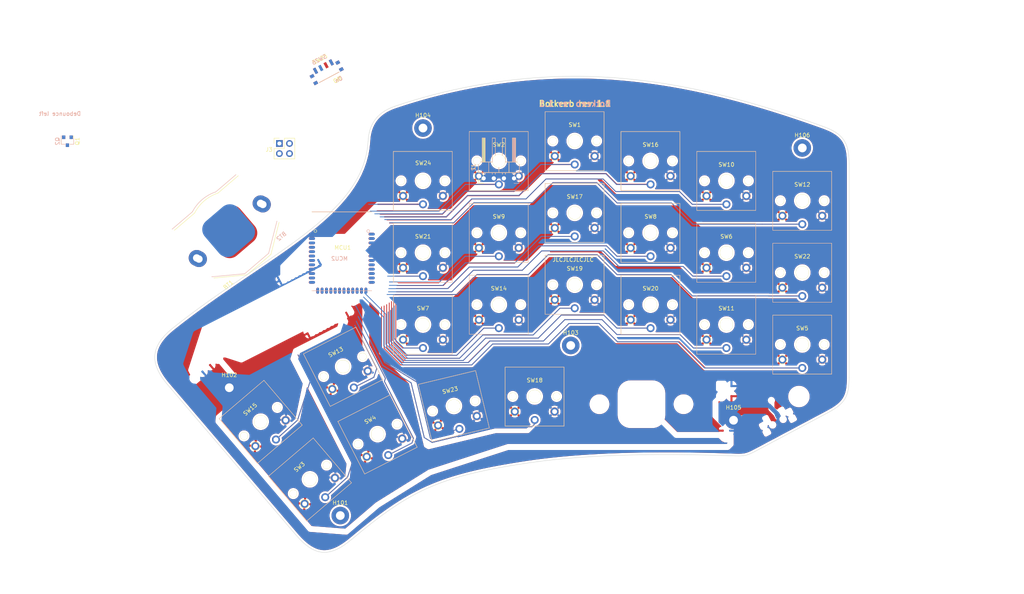
<source format=kicad_pcb>
(kicad_pcb (version 20171130) (host pcbnew "(5.1.9)-1")
  (title_block (title Botkeeb) (date 2020-11-13) (rev 1.0) (company "Mojitas upcoming company"))
  (layers (0 Front signal) (31 Back signal) (34 B.Paste user) (35 F.Paste user) (36 B.SilkS user) (37 F.SilkS user) (38 B.Mask user) (39 F.Mask user) (44 Edge.Cuts user))
  (net 0 "")
  (net 1 "Net-(BT1-Pad2)")
  (net 2 "Net-(BT2-Pad2)")
  (net 3 VCC1)
  (net 4 GND1)
  (net 5 /SWDIO1)
  (net 6 /SWCLK1)
  (net 7 /SWCLK2)
  (net 8 /SWDIO2)
  (net 9 GND2)
  (net 10 VCC2)
  (net 11 /S1)
  (net 12 /S6)
  (net 13 /S11)
  (net 14 /S16)
  (net 15 /S26)
  (net 16 /S2)
  (net 17 /S7)
  (net 18 /S12)
  (net 19 /S17)
  (net 20 /S22)
  (net 21 /S30)
  (net 22 /S3)
  (net 23 /S13)
  (net 24 /S18)
  (net 25 /S23)
  (net 26 /S4)
  (net 27 /S9)
  (net 28 /S14)
  (net 29 /S19)
  (net 30 /S24)
  (net 31 /S29)
  (net 32 /S5)
  (net 33 /S20)
  (net 34 /S25)
  (net 35 "Net-(MCU1-Pad35)")
  (net 36 "Net-(MCU1-Pad36)")
  (net 37 "Net-(MCU2-Pad36)")
  (net 38 "Net-(MCU2-Pad35)")
  (net 39 "Net-(MCU1-Pad21)")
  (net 40 "Net-(MCU2-Pad20)")
  (net 41 "Net-(MCU1-Pad25)")
  (net 42 "Net-(MCU1-Pad24)")
  (net 43 "Net-(MCU1-Pad23)")
  (net 44 "Net-(MCU1-Pad22)")
  (net 45 "Net-(MCU2-Pad19)")
  (net 46 "Net-(MCU2-Pad18)")
  (net 47 "Net-(MCU2-Pad17)")
  (net 48 "Net-(MCU2-Pad16)")
  (net 49 /Battery_switch_tht)
  (module MountingHole:MountingHole_2.2mm_M2_Pad (layer Front) (at 154.098059 450.565974)
    (fp_text reference H106 (at 0 -3.2) (layer F.SilkS))
    (fp_text value MountingHole)
    (pad 1 thru_hole circle (at 0 0) (size 4.4 4.4) (drill 2.2) (layers *.Cu *.Mask))
  )
  (module MountingHole:MountingHole_2.2mm_M2_Pad (layer Front) (at 136.83234 518.94486)
    (fp_text reference H105 (at 0 -3.2) (layer F.SilkS))
    (fp_text value MountingHole)
    (pad 1 thru_hole circle (at 0 0) (size 4.4 4.4) (drill 2.2) (layers *.Cu *.Mask))
  )
  (module MountingHole:MountingHole_2.2mm_M2_Pad (layer Front) (at 58.848058 445.565973)
    (fp_text reference H104 (at 0 -3.2) (layer F.SilkS))
    (fp_text value MountingHole)
    (pad 1 thru_hole circle (at 0 0) (size 4.4 4.4) (drill 2.2) (layers *.Cu *.Mask))
  )
  (module MountingHole:MountingHole_2.2mm_M2_Pad (layer Front) (at 95.948056 500.165974)
    (fp_text reference H103 (at 0 -3.2) (layer F.SilkS))
    (fp_text value MountingHole)
    (pad 1 thru_hole circle (at 0 0) (size 4.4 4.4) (drill 2.2) (layers *.Cu *.Mask))
  )
  (module MountingHole:MountingHole_2.2mm_M2_Pad (layer Front) (at 10.20064 510.77876)
    (fp_text reference H102 (at 0 -3.2) (layer F.SilkS))
    (fp_text value MountingHole)
    (pad 1 thru_hole circle (at 0 0) (size 4.4 4.4) (drill 2.2) (layers *.Cu *.Mask))
  )
  (module MountingHole:MountingHole_2.2mm_M2_Pad (layer Front) (at 38.080294 542.878563)
    (fp_text reference H101 (at 0 -3.2) (layer F.SilkS))
    (fp_text value MountingHole)
    (pad 1 thru_hole circle (at 0 0) (size 4.4 4.4) (drill 2.2) (layers *.Cu *.Mask))
  )
  (module User_Keyboard:PCM12SMTR (layer Back) (at 34.666457 431.686575 208)
    (fp_text reference SW26 (at 0.1 3.8 208) (layer B.SilkS) (effects (justify mirror)))
    (fp_text value SW_SPST)
    (pad "" np_thru_hole circle (at 1.5 0 208) (size 0.9 0.9) (drill 0.9) (layers *.Cu *.Mask))
    (pad "" np_thru_hole circle (at -1.5 0 208) (size 0.9 0.9) (drill 0.9) (layers *.Cu *.Mask))
    (pad "" smd rect (at 3.65 -0.965 208) (size 1 0.8) (layers Back B.Paste B.Mask))
    (pad "" smd rect (at 3.65 0.965 208) (size 1 0.8) (layers Back B.Paste B.Mask))
    (pad "" smd rect (at -3.65 -0.965 208) (size 1 0.8) (layers Back B.Paste B.Mask))
    (pad "" smd rect (at -3.65 0.965 208) (size 1 0.8) (layers Back B.Paste B.Mask))
    (pad 3 smd rect (at 2.25 1.75 208) (size 0.7 1.5) (layers Back B.Paste B.Mask))
    (pad 2 smd rect (at 0.75 1.75 208) (size 0.7 1.5) (layers Back B.Paste B.Mask) (net 10 VCC2))
    (pad 1 smd rect (at -2.25 1.75 208) (size 0.7 1.5) (layers Back B.Paste B.Mask) (net 49 /Battery_switch_tht))
  )
  (module User_Keyboard:PCM12SMTR (layer Front) (at 34.666457 431.686575 28)
    (fp_text reference SW25 (at 0.1 -3.8 208) (layer F.SilkS))
    (fp_text value SW_SPST)
    (pad "" np_thru_hole circle (at 1.5 0 28) (size 0.9 0.9) (drill 0.9) (layers *.Cu *.Mask))
    (pad "" np_thru_hole circle (at -1.5 0 28) (size 0.9 0.9) (drill 0.9) (layers *.Cu *.Mask))
    (pad "" smd rect (at 3.65 0.965 28) (size 1 0.8) (layers Front F.Paste F.Mask))
    (pad "" smd rect (at 3.65 -0.965 28) (size 1 0.8) (layers Front F.Paste F.Mask))
    (pad "" smd rect (at -3.65 0.965 28) (size 1 0.8) (layers Front F.Paste F.Mask))
    (pad "" smd rect (at -3.65 -0.965 28) (size 1 0.8) (layers Front F.Paste F.Mask))
    (pad 3 smd rect (at 2.25 -1.75 28) (size 0.7 1.5) (layers Front F.Paste F.Mask))
    (pad 2 smd rect (at 0.75 -1.75 28) (size 0.7 1.5) (layers Front F.Paste F.Mask) (net 49 /Battery_switch_tht))
    (pad 1 smd rect (at -2.25 -1.75 28) (size 0.7 1.5) (layers Front F.Paste F.Mask) (net 3 VCC1))
  )
  (module User_Keyboard:Battery_mod_tht (layer Front) (at 10.60958 471.61704 40.5)
    (fp_text reference BT1 (at -9.15 9.7 220.5) (layer F.SilkS))
    (fp_text value Battery_Cell)
    (pad 2 smd roundrect (at 0 0 40.5) (size 11 11) (layers Front F.Paste F.Mask) (net 1 "Net-(BT1-Pad2)"))
    (pad 1 thru_hole circle (at -10.5537 0 40.5) (size 4 4) (drill 1.8542) (layers *.Cu *.Mask) (net 49 /Battery_switch_tht))
    (pad 1 thru_hole circle (at 10.5537 0 40.5) (size 4 4) (drill 1.8542) (layers *.Cu *.Mask) (net 49 /Battery_switch_tht))
  )
  (module User_Keyboard:Battery_mod_tht (layer Back) (at 10.03808 471.33256 220.5)
    (fp_text reference BT2 (at -9.15 -9.7 40.5) (layer B.SilkS) (effects (justify mirror)))
    (fp_text value Battery_Cell)
    (pad 2 smd roundrect (at 0 0 220.5) (size 11 11) (layers Back B.Paste B.Mask) (net 2 "Net-(BT2-Pad2)"))
    (pad 1 thru_hole circle (at -10.5537 0 220.5) (size 4 4) (drill 1.8542) (layers *.Cu *.Mask) (net 49 /Battery_switch_tht))
    (pad 1 thru_hole circle (at 10.5537 0 220.5) (size 4 4) (drill 1.8542) (layers *.Cu *.Mask) (net 49 /Battery_switch_tht))
  )
  (module User_Keyboard:Kailh_low_profile (layer Front) (at 58.848058 458.815974)
    (fp_text reference SW24 (at 0.0508 -4.459199) (layer F.SilkS))
    (fp_text value Kailh_choc)
    (pad 1 thru_hole circle (at 5 3.8 180) (size 2 2) (drill 1.2) (layers *.Cu *.Mask) (net 9 GND2))
    (pad 2 thru_hole circle (at 0 5.9 180) (size 2 2) (drill 1.2) (layers *.Cu *.Mask) (net 12 /S6))
    (pad 3 thru_hole circle (at -5 3.8 180) (size 2 2) (drill 1.2) (layers *.Cu *.Mask) (net 4 GND1))
    (pad "" np_thru_hole circle (at 0 0) (size 3.2 3.2) (drill 3.2) (layers *.Cu *.Mask))
    (pad "" np_thru_hole circle (at -5.5 0) (size 1.8 1.8) (drill 1.8) (layers *.Cu *.Mask))
    (pad "" np_thru_hole circle (at 5.5 0) (size 1.8 1.8) (drill 1.8) (layers *.Cu *.Mask))
  )
  (module User_Keyboard:Kailh_low_profile (layer Front) (at 47.446285 522.437504 27)
    (fp_text reference SW4 (at 0.000001 -4.064 27) (layer F.SilkS))
    (fp_text value Kailh_choc)
    (pad 1 thru_hole circle (at 5 3.8 207) (size 2 2) (drill 1.2) (layers *.Cu *.Mask) (net 9 GND2))
    (pad 2 thru_hole circle (at 0 5.9 207) (size 2 2) (drill 1.2) (layers *.Cu *.Mask) (net 16 /S2))
    (pad 3 thru_hole circle (at -5 3.8 207) (size 2 2) (drill 1.2) (layers *.Cu *.Mask) (net 4 GND1))
    (pad "" np_thru_hole circle (at 0 0 27) (size 3.2 3.2) (drill 3.2) (layers *.Cu *.Mask))
    (pad "" np_thru_hole circle (at -5.5 0 27) (size 1.8 1.8) (drill 1.8) (layers *.Cu *.Mask))
    (pad "" np_thru_hole circle (at 5.5 0 27) (size 1.8 1.8) (drill 1.8) (layers *.Cu *.Mask))
  )
  (module User_Keyboard:Kailh_low_profile (layer Front) (at 96.948059 466.865972)
    (fp_text reference SW17 (at 0 -4.064) (layer F.SilkS))
    (fp_text value Kailh_choc)
    (pad 1 thru_hole circle (at 5 3.8 180) (size 2 2) (drill 1.2) (layers *.Cu *.Mask) (net 9 GND2))
    (pad 2 thru_hole circle (at 0 5.9 180) (size 2 2) (drill 1.2) (layers *.Cu *.Mask) (net 17 /S7))
    (pad 3 thru_hole circle (at -5 3.8 180) (size 2 2) (drill 1.2) (layers *.Cu *.Mask) (net 4 GND1))
    (pad "" np_thru_hole circle (at 0 0) (size 3.2 3.2) (drill 3.2) (layers *.Cu *.Mask))
    (pad "" np_thru_hole circle (at -5.5 0) (size 1.8 1.8) (drill 1.8) (layers *.Cu *.Mask))
    (pad "" np_thru_hole circle (at 5.5 0) (size 1.8 1.8) (drill 1.8) (layers *.Cu *.Mask))
  )
  (module User_Keyboard:Kailh_low_profile (layer Front) (at 18.089036 519.300961 40.5)
    (fp_text reference SW15 (at 0 -4.064 40.5) (layer F.SilkS))
    (fp_text value Kailh_choc)
    (pad 1 thru_hole circle (at 5 3.8 220.5) (size 2 2) (drill 1.2) (layers *.Cu *.Mask) (net 9 GND2))
    (pad 2 thru_hole circle (at 0 5.9 220.5) (size 2 2) (drill 1.2) (layers *.Cu *.Mask) (net 30 /S24))
    (pad 3 thru_hole circle (at -5 3.8 220.5) (size 2 2) (drill 1.2) (layers *.Cu *.Mask) (net 4 GND1))
    (pad "" np_thru_hole circle (at 0 0 40.5) (size 3.2 3.2) (drill 3.2) (layers *.Cu *.Mask))
    (pad "" np_thru_hole circle (at -5.5 0 40.5) (size 1.8 1.8) (drill 1.8) (layers *.Cu *.Mask))
    (pad "" np_thru_hole circle (at 5.5 0 40.5) (size 1.8 1.8) (drill 1.8) (layers *.Cu *.Mask))
  )
  (module User_Keyboard:Kailh_low_profile (layer Front) (at 86.898057 512.965972)
    (fp_text reference SW18 (at 0 -4.064) (layer F.SilkS))
    (fp_text value Kailh_choc)
    (pad 1 thru_hole circle (at 5 3.8 180) (size 2 2) (drill 1.2) (layers *.Cu *.Mask) (net 9 GND2))
    (pad 2 thru_hole circle (at 0 5.9 180) (size 2 2) (drill 1.2) (layers *.Cu *.Mask) (net 24 /S18))
    (pad 3 thru_hole circle (at -5 3.8 180) (size 2 2) (drill 1.2) (layers *.Cu *.Mask) (net 4 GND1))
    (pad "" np_thru_hole circle (at 0 0) (size 3.2 3.2) (drill 3.2) (layers *.Cu *.Mask))
    (pad "" np_thru_hole circle (at -5.5 0) (size 1.8 1.8) (drill 1.8) (layers *.Cu *.Mask))
    (pad "" np_thru_hole circle (at 5.5 0) (size 1.8 1.8) (drill 1.8) (layers *.Cu *.Mask))
  )
  (module User_Keyboard:Kailh_low_profile (layer Front) (at 38.797767 505.463831 27)
    (fp_text reference SW13 (at 0.000001 -4.064 27) (layer F.SilkS))
    (fp_text value Kailh_choc)
    (pad 1 thru_hole circle (at 5 3.8 207) (size 2 2) (drill 1.2) (layers *.Cu *.Mask) (net 9 GND2))
    (pad 2 thru_hole circle (at 0 5.9 207) (size 2 2) (drill 1.2) (layers *.Cu *.Mask) (net 11 /S1))
    (pad 3 thru_hole circle (at -5 3.8 207) (size 2 2) (drill 1.2) (layers *.Cu *.Mask) (net 4 GND1))
    (pad "" np_thru_hole circle (at 0 0 27) (size 3.2 3.2) (drill 3.2) (layers *.Cu *.Mask))
    (pad "" np_thru_hole circle (at -5.5 0 27) (size 1.8 1.8) (drill 1.8) (layers *.Cu *.Mask))
    (pad "" np_thru_hole circle (at 5.5 0 27) (size 1.8 1.8) (drill 1.8) (layers *.Cu *.Mask))
  )
  (module User_Keyboard:Kailh_low_profile (layer Front) (at 135.048061 458.815973)
    (fp_text reference SW10 (at 0 -4.064) (layer F.SilkS))
    (fp_text value Kailh_choc)
    (pad 1 thru_hole circle (at 5 3.8 180) (size 2 2) (drill 1.2) (layers *.Cu *.Mask) (net 9 GND2))
    (pad 2 thru_hole circle (at 0 5.9 180) (size 2 2) (drill 1.2) (layers *.Cu *.Mask) (net 20 /S22))
    (pad 3 thru_hole circle (at -5 3.8 180) (size 2 2) (drill 1.2) (layers *.Cu *.Mask) (net 4 GND1))
    (pad "" np_thru_hole circle (at 0 0) (size 3.2 3.2) (drill 3.2) (layers *.Cu *.Mask))
    (pad "" np_thru_hole circle (at -5.5 0) (size 1.8 1.8) (drill 1.8) (layers *.Cu *.Mask))
    (pad "" np_thru_hole circle (at 5.5 0) (size 1.8 1.8) (drill 1.8) (layers *.Cu *.Mask))
  )
  (module User_Keyboard:Kailh_low_profile (layer Front) (at 135.048058 494.915973)
    (fp_text reference SW11 (at 0 -4.064) (layer F.SilkS))
    (fp_text value Kailh_choc)
    (pad 1 thru_hole circle (at 5 3.8 180) (size 2 2) (drill 1.2) (layers *.Cu *.Mask) (net 9 GND2))
    (pad 2 thru_hole circle (at 0 5.9 180) (size 2 2) (drill 1.2) (layers *.Cu *.Mask) (net 29 /S19))
    (pad 3 thru_hole circle (at -5 3.8 180) (size 2 2) (drill 1.2) (layers *.Cu *.Mask) (net 4 GND1))
    (pad "" np_thru_hole circle (at 0 0) (size 3.2 3.2) (drill 3.2) (layers *.Cu *.Mask))
    (pad "" np_thru_hole circle (at -5.5 0) (size 1.8 1.8) (drill 1.8) (layers *.Cu *.Mask))
    (pad "" np_thru_hole circle (at 5.5 0) (size 1.8 1.8) (drill 1.8) (layers *.Cu *.Mask))
  )
  (module User_Keyboard:Kailh_low_profile (layer Front) (at 77.898057 489.915975)
    (fp_text reference SW14 (at 0 -4.064) (layer F.SilkS))
    (fp_text value Kailh_choc)
    (pad 1 thru_hole circle (at 5 3.8 180) (size 2 2) (drill 1.2) (layers *.Cu *.Mask) (net 9 GND2))
    (pad 2 thru_hole circle (at 0 5.9 180) (size 2 2) (drill 1.2) (layers *.Cu *.Mask) (net 31 /S29))
    (pad 3 thru_hole circle (at -5 3.8 180) (size 2 2) (drill 1.2) (layers *.Cu *.Mask) (net 4 GND1))
    (pad "" np_thru_hole circle (at 0 0) (size 3.2 3.2) (drill 3.2) (layers *.Cu *.Mask))
    (pad "" np_thru_hole circle (at -5.5 0) (size 1.8 1.8) (drill 1.8) (layers *.Cu *.Mask))
    (pad "" np_thru_hole circle (at 5.5 0) (size 1.8 1.8) (drill 1.8) (layers *.Cu *.Mask))
  )
  (module User_Keyboard:Kailh_low_profile (layer Front) (at 58.848059 494.915976)
    (fp_text reference SW7 (at 0 -4.064) (layer F.SilkS))
    (fp_text value Kailh_choc)
    (pad 1 thru_hole circle (at 5 3.8 180) (size 2 2) (drill 1.2) (layers *.Cu *.Mask) (net 9 GND2))
    (pad 2 thru_hole circle (at 0 5.9 180) (size 2 2) (drill 1.2) (layers *.Cu *.Mask) (net 28 /S14))
    (pad 3 thru_hole circle (at -5 3.8 180) (size 2 2) (drill 1.2) (layers *.Cu *.Mask) (net 4 GND1))
    (pad "" np_thru_hole circle (at 0 0) (size 3.2 3.2) (drill 3.2) (layers *.Cu *.Mask))
    (pad "" np_thru_hole circle (at -5.5 0) (size 1.8 1.8) (drill 1.8) (layers *.Cu *.Mask))
    (pad "" np_thru_hole circle (at 5.5 0) (size 1.8 1.8) (drill 1.8) (layers *.Cu *.Mask))
  )
  (module User_Keyboard:Kailh_low_profile (layer Front) (at 96.948058 448.815971)
    (fp_text reference SW1 (at 0 -4.064) (layer F.SilkS))
    (fp_text value Kailh_choc)
    (pad 1 thru_hole circle (at 5 3.8 180) (size 2 2) (drill 1.2) (layers *.Cu *.Mask) (net 9 GND2))
    (pad 2 thru_hole circle (at 0 5.9 180) (size 2 2) (drill 1.2) (layers *.Cu *.Mask) (net 21 /S30))
    (pad 3 thru_hole circle (at -5 3.8 180) (size 2 2) (drill 1.2) (layers *.Cu *.Mask) (net 4 GND1))
    (pad "" np_thru_hole circle (at 0 0) (size 3.2 3.2) (drill 3.2) (layers *.Cu *.Mask))
    (pad "" np_thru_hole circle (at -5.5 0) (size 1.8 1.8) (drill 1.8) (layers *.Cu *.Mask))
    (pad "" np_thru_hole circle (at 5.5 0) (size 1.8 1.8) (drill 1.8) (layers *.Cu *.Mask))
  )
  (module User_Keyboard:Kailh_low_profile (layer Front) (at 115.998058 489.915971)
    (fp_text reference SW20 (at 0 -4.064) (layer F.SilkS))
    (fp_text value Kailh_choc)
    (pad 1 thru_hole circle (at 5 3.8 180) (size 2 2) (drill 1.2) (layers *.Cu *.Mask) (net 9 GND2))
    (pad 2 thru_hole circle (at 0 5.9 180) (size 2 2) (drill 1.2) (layers *.Cu *.Mask) (net 19 /S17))
    (pad 3 thru_hole circle (at -5 3.8 180) (size 2 2) (drill 1.2) (layers *.Cu *.Mask) (net 4 GND1))
    (pad "" np_thru_hole circle (at 0 0) (size 3.2 3.2) (drill 3.2) (layers *.Cu *.Mask))
    (pad "" np_thru_hole circle (at -5.5 0) (size 1.8 1.8) (drill 1.8) (layers *.Cu *.Mask))
    (pad "" np_thru_hole circle (at 5.5 0) (size 1.8 1.8) (drill 1.8) (layers *.Cu *.Mask))
  )
  (module User_Keyboard:Kailh_low_profile (layer Front) (at 77.89806 471.865972)
    (fp_text reference SW9 (at 0 -4.064) (layer F.SilkS))
    (fp_text value Kailh_choc)
    (pad 1 thru_hole circle (at 5 3.8 180) (size 2 2) (drill 1.2) (layers *.Cu *.Mask) (net 9 GND2))
    (pad 2 thru_hole circle (at 0 5.9 180) (size 2 2) (drill 1.2) (layers *.Cu *.Mask) (net 34 /S25))
    (pad 3 thru_hole circle (at -5 3.8 180) (size 2 2) (drill 1.2) (layers *.Cu *.Mask) (net 4 GND1))
    (pad "" np_thru_hole circle (at 0 0) (size 3.2 3.2) (drill 3.2) (layers *.Cu *.Mask))
    (pad "" np_thru_hole circle (at -5.5 0) (size 1.8 1.8) (drill 1.8) (layers *.Cu *.Mask))
    (pad "" np_thru_hole circle (at 5.5 0) (size 1.8 1.8) (drill 1.8) (layers *.Cu *.Mask))
  )
  (module User_Keyboard:Kailh_low_profile (layer Front) (at 77.898058 453.815974)
    (fp_text reference SW2 (at 0 -4.064) (layer F.SilkS))
    (fp_text value Kailh_choc)
    (pad 1 thru_hole circle (at 5 3.8 180) (size 2 2) (drill 1.2) (layers *.Cu *.Mask) (net 9 GND2))
    (pad 2 thru_hole circle (at 0 5.9 180) (size 2 2) (drill 1.2) (layers *.Cu *.Mask) (net 13 /S11))
    (pad 3 thru_hole circle (at -5 3.8 180) (size 2 2) (drill 1.2) (layers *.Cu *.Mask) (net 4 GND1))
    (pad "" np_thru_hole circle (at 0 0) (size 3.2 3.2) (drill 3.2) (layers *.Cu *.Mask))
    (pad "" np_thru_hole circle (at -5.5 0) (size 1.8 1.8) (drill 1.8) (layers *.Cu *.Mask))
    (pad "" np_thru_hole circle (at 5.5 0) (size 1.8 1.8) (drill 1.8) (layers *.Cu *.Mask))
  )
  (module User_Keyboard:Kailh_low_profile (layer Front) (at 30.461025 533.786696 40.5)
    (fp_text reference SW3 (at 0 -4.064 40.5) (layer F.SilkS))
    (fp_text value Kailh_choc)
    (pad 1 thru_hole circle (at 5 3.8 220.5) (size 2 2) (drill 1.2) (layers *.Cu *.Mask) (net 9 GND2))
    (pad 2 thru_hole circle (at 0 5.9 220.5) (size 2 2) (drill 1.2) (layers *.Cu *.Mask) (net 14 /S16))
    (pad 3 thru_hole circle (at -5 3.8 220.5) (size 2 2) (drill 1.2) (layers *.Cu *.Mask) (net 4 GND1))
    (pad "" np_thru_hole circle (at 0 0 40.5) (size 3.2 3.2) (drill 3.2) (layers *.Cu *.Mask))
    (pad "" np_thru_hole circle (at -5.5 0 40.5) (size 1.8 1.8) (drill 1.8) (layers *.Cu *.Mask))
    (pad "" np_thru_hole circle (at 5.5 0 40.5) (size 1.8 1.8) (drill 1.8) (layers *.Cu *.Mask))
  )
  (module User_Keyboard:Kailh_low_profile (layer Front) (at 154.09806 463.815974)
    (fp_text reference SW12 (at 0 -4.064) (layer F.SilkS))
    (fp_text value Kailh_choc)
    (pad 1 thru_hole circle (at 5 3.8 180) (size 2 2) (drill 1.2) (layers *.Cu *.Mask) (net 9 GND2))
    (pad 2 thru_hole circle (at 0 5.9 180) (size 2 2) (drill 1.2) (layers *.Cu *.Mask) (net 32 /S5))
    (pad 3 thru_hole circle (at -5 3.8 180) (size 2 2) (drill 1.2) (layers *.Cu *.Mask) (net 4 GND1))
    (pad "" np_thru_hole circle (at 0 0) (size 3.2 3.2) (drill 3.2) (layers *.Cu *.Mask))
    (pad "" np_thru_hole circle (at -5.5 0) (size 1.8 1.8) (drill 1.8) (layers *.Cu *.Mask))
    (pad "" np_thru_hole circle (at 5.5 0) (size 1.8 1.8) (drill 1.8) (layers *.Cu *.Mask))
  )
  (module User_Keyboard:Kailh_low_profile (layer Front) (at 135.048058 476.865971)
    (fp_text reference SW6 (at 0 -4.064) (layer F.SilkS))
    (fp_text value Kailh_choc)
    (pad 1 thru_hole circle (at 5 3.8 180) (size 2 2) (drill 1.2) (layers *.Cu *.Mask) (net 9 GND2))
    (pad 2 thru_hole circle (at 0 5.9 180) (size 2 2) (drill 1.2) (layers *.Cu *.Mask) (net 23 /S13))
    (pad 3 thru_hole circle (at -5 3.8 180) (size 2 2) (drill 1.2) (layers *.Cu *.Mask) (net 4 GND1))
    (pad "" np_thru_hole circle (at 0 0) (size 3.2 3.2) (drill 3.2) (layers *.Cu *.Mask))
    (pad "" np_thru_hole circle (at -5.5 0) (size 1.8 1.8) (drill 1.8) (layers *.Cu *.Mask))
    (pad "" np_thru_hole circle (at 5.5 0) (size 1.8 1.8) (drill 1.8) (layers *.Cu *.Mask))
  )
  (module User_Keyboard:Kailh_low_profile (layer Front) (at 115.998059 471.865976)
    (fp_text reference SW8 (at 0 -4.064) (layer F.SilkS))
    (fp_text value Kailh_choc)
    (pad 1 thru_hole circle (at 5 3.8 180) (size 2 2) (drill 1.2) (layers *.Cu *.Mask) (net 9 GND2))
    (pad 2 thru_hole circle (at 0 5.9 180) (size 2 2) (drill 1.2) (layers *.Cu *.Mask) (net 15 /S26))
    (pad 3 thru_hole circle (at -5 3.8 180) (size 2 2) (drill 1.2) (layers *.Cu *.Mask) (net 4 GND1))
    (pad "" np_thru_hole circle (at 0 0) (size 3.2 3.2) (drill 3.2) (layers *.Cu *.Mask))
    (pad "" np_thru_hole circle (at -5.5 0) (size 1.8 1.8) (drill 1.8) (layers *.Cu *.Mask))
    (pad "" np_thru_hole circle (at 5.5 0) (size 1.8 1.8) (drill 1.8) (layers *.Cu *.Mask))
  )
  (module User_Keyboard:Kailh_low_profile (layer Front) (at 115.998058 453.815974)
    (fp_text reference SW16 (at 0 -4.064) (layer F.SilkS))
    (fp_text value Kailh_choc)
    (pad 1 thru_hole circle (at 5 3.8 180) (size 2 2) (drill 1.2) (layers *.Cu *.Mask) (net 9 GND2))
    (pad 2 thru_hole circle (at 0 5.9 180) (size 2 2) (drill 1.2) (layers *.Cu *.Mask) (net 18 /S12))
    (pad 3 thru_hole circle (at -5 3.8 180) (size 2 2) (drill 1.2) (layers *.Cu *.Mask) (net 4 GND1))
    (pad "" np_thru_hole circle (at 0 0) (size 3.2 3.2) (drill 3.2) (layers *.Cu *.Mask))
    (pad "" np_thru_hole circle (at -5.5 0) (size 1.8 1.8) (drill 1.8) (layers *.Cu *.Mask))
    (pad "" np_thru_hole circle (at 5.5 0) (size 1.8 1.8) (drill 1.8) (layers *.Cu *.Mask))
  )
  (module User_Keyboard:Kailh_low_profile (layer Front) (at 96.948057 484.915974)
    (fp_text reference SW19 (at 0 -4.064) (layer F.SilkS))
    (fp_text value Kailh_choc)
    (pad 1 thru_hole circle (at 5 3.8 180) (size 2 2) (drill 1.2) (layers *.Cu *.Mask) (net 9 GND2))
    (pad 2 thru_hole circle (at 0 5.9 180) (size 2 2) (drill 1.2) (layers *.Cu *.Mask) (net 22 /S3))
    (pad 3 thru_hole circle (at -5 3.8 180) (size 2 2) (drill 1.2) (layers *.Cu *.Mask) (net 4 GND1))
    (pad "" np_thru_hole circle (at 0 0) (size 3.2 3.2) (drill 3.2) (layers *.Cu *.Mask))
    (pad "" np_thru_hole circle (at -5.5 0) (size 1.8 1.8) (drill 1.8) (layers *.Cu *.Mask))
    (pad "" np_thru_hole circle (at 5.5 0) (size 1.8 1.8) (drill 1.8) (layers *.Cu *.Mask))
  )
  (module User_Keyboard:Kailh_low_profile (layer Front) (at 58.848059 476.865974)
    (fp_text reference SW21 (at 0 -4.064) (layer F.SilkS))
    (fp_text value Kailh_choc)
    (pad 1 thru_hole circle (at 5 3.8 180) (size 2 2) (drill 1.2) (layers *.Cu *.Mask) (net 9 GND2))
    (pad 2 thru_hole circle (at 0 5.9 180) (size 2 2) (drill 1.2) (layers *.Cu *.Mask) (net 26 /S4))
    (pad 3 thru_hole circle (at -5 3.8 180) (size 2 2) (drill 1.2) (layers *.Cu *.Mask) (net 4 GND1))
    (pad "" np_thru_hole circle (at 0 0) (size 3.2 3.2) (drill 3.2) (layers *.Cu *.Mask))
    (pad "" np_thru_hole circle (at -5.5 0) (size 1.8 1.8) (drill 1.8) (layers *.Cu *.Mask))
    (pad "" np_thru_hole circle (at 5.5 0) (size 1.8 1.8) (drill 1.8) (layers *.Cu *.Mask))
  )
  (module User_Keyboard:Kailh_low_profile (layer Front) (at 154.098056 481.865974)
    (fp_text reference SW22 (at 0 -4.064) (layer F.SilkS))
    (fp_text value Kailh_choc)
    (pad 1 thru_hole circle (at 5 3.8 180) (size 2 2) (drill 1.2) (layers *.Cu *.Mask) (net 9 GND2))
    (pad 2 thru_hole circle (at 0 5.9 180) (size 2 2) (drill 1.2) (layers *.Cu *.Mask) (net 27 /S9))
    (pad 3 thru_hole circle (at -5 3.8 180) (size 2 2) (drill 1.2) (layers *.Cu *.Mask) (net 4 GND1))
    (pad "" np_thru_hole circle (at 0 0) (size 3.2 3.2) (drill 3.2) (layers *.Cu *.Mask))
    (pad "" np_thru_hole circle (at -5.5 0) (size 1.8 1.8) (drill 1.8) (layers *.Cu *.Mask))
    (pad "" np_thru_hole circle (at 5.5 0) (size 1.8 1.8) (drill 1.8) (layers *.Cu *.Mask))
  )
  (module User_Keyboard:Kailh_low_profile (layer Front) (at 66.611659 515.36703 13.5)
    (fp_text reference SW23 (at 0 -4.064 13.5) (layer F.SilkS))
    (fp_text value Kailh_choc)
    (pad 1 thru_hole circle (at 5 3.8 193.5) (size 2 2) (drill 1.2) (layers *.Cu *.Mask) (net 9 GND2))
    (pad 2 thru_hole circle (at 0 5.9 193.5) (size 2 2) (drill 1.2) (layers *.Cu *.Mask) (net 33 /S20))
    (pad 3 thru_hole circle (at -5 3.8 193.5) (size 2 2) (drill 1.2) (layers *.Cu *.Mask) (net 4 GND1))
    (pad "" np_thru_hole circle (at 0 0 13.5) (size 3.2 3.2) (drill 3.2) (layers *.Cu *.Mask))
    (pad "" np_thru_hole circle (at -5.5 0 13.5) (size 1.8 1.8) (drill 1.8) (layers *.Cu *.Mask))
    (pad "" np_thru_hole circle (at 5.5 0 13.5) (size 1.8 1.8) (drill 1.8) (layers *.Cu *.Mask))
  )
  (module User_Keyboard:Kailh_low_profile (layer Front) (at 154.09806 499.915972)
    (fp_text reference SW5 (at 0 -4.064) (layer F.SilkS))
    (fp_text value Kailh_choc)
    (pad 1 thru_hole circle (at 5 3.8 180) (size 2 2) (drill 1.2) (layers *.Cu *.Mask) (net 9 GND2))
    (pad 2 thru_hole circle (at 0 5.9 180) (size 2 2) (drill 1.2) (layers *.Cu *.Mask) (net 25 /S23))
    (pad 3 thru_hole circle (at -5 3.8 180) (size 2 2) (drill 1.2) (layers *.Cu *.Mask) (net 4 GND1))
    (pad "" np_thru_hole circle (at 0 0) (size 3.2 3.2) (drill 3.2) (layers *.Cu *.Mask))
    (pad "" np_thru_hole circle (at -5.5 0) (size 1.8 1.8) (drill 1.8) (layers *.Cu *.Mask))
    (pad "" np_thru_hole circle (at 5.5 0) (size 1.8 1.8) (drill 1.8) (layers *.Cu *.Mask))
  )
  (module User_Keyboard:YJ14015 (layer Front) (at 38.4302 476.510975)
    (fp_text reference MCU1 (at 0.253999 -0.9144 180) (layer F.SilkS))
    (fp_text value Core51822)
    (pad 10 smd oval (at 6.05 9.9 90) (size 1.54 0.7) (layers Front F.Paste F.Mask) (net 23 /S13))
    (pad 9 smd oval (at 4.95 9.9 90) (size 1.54 0.7) (layers Front F.Paste F.Mask) (net 27 /S9))
    (pad 8 smd oval (at 3.85 9.9 90) (size 1.54 0.7) (layers Front F.Paste F.Mask) (net 28 /S14))
    (pad 20 smd oval (at 7.5 -4.3) (size 1.54 0.7) (layers Front F.Paste F.Mask) (net 12 /S6))
    (pad 19 smd oval (at 7.5 -3.2) (size 1.54 0.7) (layers Front F.Paste F.Mask) (net 13 /S11))
    (pad 18 smd oval (at 7.5 -2.1) (size 1.54 0.7) (layers Front F.Paste F.Mask) (net 21 /S30))
    (pad 17 smd oval (at 7.5 -1) (size 1.54 0.7) (layers Front F.Paste F.Mask) (net 18 /S12))
    (pad 31 smd oval (at 7.5 0.1) (size 1.54 0.7) (layers Front F.Paste F.Mask) (net 6 /SWCLK1))
    (pad 32 smd oval (at 7.5 1.2) (size 1.54 0.7) (layers Front F.Paste F.Mask) (net 5 /SWDIO1))
    (pad 16 smd oval (at 7.5 2.3) (size 1.54 0.7) (layers Front F.Paste F.Mask) (net 20 /S22))
    (pad 15 smd oval (at 7.5 3.4) (size 1.54 0.7) (layers Front F.Paste F.Mask) (net 32 /S5))
    (pad 14 smd oval (at 7.5 4.5) (size 1.54 0.7) (layers Front F.Paste F.Mask) (net 26 /S4))
    (pad 13 smd oval (at 7.5 5.6) (size 1.54 0.7) (layers Front F.Paste F.Mask) (net 34 /S25))
    (pad 12 smd oval (at 7.5 6.7) (size 1.54 0.7) (layers Front F.Paste F.Mask) (net 17 /S7))
    (pad 11 smd oval (at 7.5 7.8) (size 1.54 0.7) (layers Front F.Paste F.Mask) (net 15 /S26))
    (pad 7 smd oval (at 2.75 9.9 90) (size 1.54 0.7) (layers Front F.Paste F.Mask) (net 31 /S29))
    (pad 6 smd oval (at 1.65 9.9 90) (size 1.54 0.7) (layers Front F.Paste F.Mask) (net 22 /S3))
    (pad 5 smd oval (at 0.55 9.9 90) (size 1.54 0.7) (layers Front F.Paste F.Mask) (net 19 /S17))
    (pad 4 smd oval (at -0.55 9.9 90) (size 1.54 0.7) (layers Front F.Paste F.Mask) (net 29 /S19))
    (pad 3 smd oval (at -1.65 9.9 90) (size 1.54 0.7) (layers Front F.Paste F.Mask) (net 25 /S23))
    (pad 2 smd oval (at -2.75 9.9 90) (size 1.54 0.7) (layers Front F.Paste F.Mask) (net 33 /S20))
    (pad 1 smd oval (at -3.85 9.9 90) (size 1.54 0.7) (layers Front F.Paste F.Mask) (net 24 /S18))
    (pad 0 smd oval (at -4.95 9.9 90) (size 1.54 0.7) (layers Front F.Paste F.Mask) (net 16 /S2))
    (pad 30 smd oval (at -6.05 9.9 90) (size 1.54 0.7) (layers Front F.Paste F.Mask) (net 11 /S1))
    (pad 34 smd oval (at -7.5 7.8) (size 1.54 0.7) (layers Front F.Paste F.Mask) (net 3 VCC1))
    (pad 37 smd oval (at -7.5 6.7) (size 1.54 0.7) (layers Front F.Paste F.Mask) (net 4 GND1))
    (pad 29 smd oval (at -7.5 5.6) (size 1.54 0.7) (layers Front F.Paste F.Mask) (net 14 /S16))
    (pad 28 smd oval (at -7.5 4.5) (size 1.54 0.7) (layers Front F.Paste F.Mask) (net 30 /S24))
    (pad 36 smd oval (at -7.5 3.4) (size 1.54 0.7) (layers Front F.Paste F.Mask) (net 36 "Net-(MCU1-Pad36)"))
    (pad 35 smd oval (at -7.5 2.3) (size 1.54 0.7) (layers Front F.Paste F.Mask) (net 35 "Net-(MCU1-Pad35)"))
    (pad 25 smd oval (at -7.5 1.2) (size 1.54 0.7) (layers Front F.Paste F.Mask) (net 41 "Net-(MCU1-Pad25)"))
    (pad 24 smd oval (at -7.5 0.1) (size 1.54 0.7) (layers Front F.Paste F.Mask) (net 42 "Net-(MCU1-Pad24)"))
    (pad 23 smd oval (at -7.5 -1) (size 1.54 0.7) (layers Front F.Paste F.Mask) (net 43 "Net-(MCU1-Pad23)"))
    (pad 22 smd oval (at -7.5 -2.1) (size 1.54 0.7) (layers Front F.Paste F.Mask) (net 44 "Net-(MCU1-Pad22)"))
    (pad 21 smd oval (at -7.5 -3.2) (size 1.54 0.7) (layers Front F.Paste F.Mask) (net 39 "Net-(MCU1-Pad21)"))
    (pad 33 smd oval (at -7.5 -4.3) (size 1.54 0.7) (layers Front F.Paste F.Mask) (net 4 GND1))
  )
  (module User_Keyboard:YJ14015 (layer Back) (at 38.48354 476.510975 180)
    (fp_text reference MCU2 (at 0.609599 -1.8288 180) (layer B.SilkS) (effects (justify mirror)))
    (fp_text value Core51822)
    (pad 10 smd oval (at 6.05 -9.9 90) (size 1.54 0.7) (layers Back B.Paste B.Mask) (net 33 /S20))
    (pad 9 smd oval (at 4.95 -9.9 90) (size 1.54 0.7) (layers Back B.Paste B.Mask) (net 25 /S23))
    (pad 8 smd oval (at 3.85 -9.9 90) (size 1.54 0.7) (layers Back B.Paste B.Mask) (net 29 /S19))
    (pad 20 smd oval (at 7.5 4.3 180) (size 1.54 0.7) (layers Back B.Paste B.Mask) (net 40 "Net-(MCU2-Pad20)"))
    (pad 19 smd oval (at 7.5 3.2 180) (size 1.54 0.7) (layers Back B.Paste B.Mask) (net 45 "Net-(MCU2-Pad19)"))
    (pad 18 smd oval (at 7.5 2.1 180) (size 1.54 0.7) (layers Back B.Paste B.Mask) (net 46 "Net-(MCU2-Pad18)"))
    (pad 17 smd oval (at 7.5 1 180) (size 1.54 0.7) (layers Back B.Paste B.Mask) (net 47 "Net-(MCU2-Pad17)"))
    (pad 31 smd oval (at 7.5 -0.1 180) (size 1.54 0.7) (layers Back B.Paste B.Mask) (net 7 /SWCLK2))
    (pad 32 smd oval (at 7.5 -1.2 180) (size 1.54 0.7) (layers Back B.Paste B.Mask) (net 8 /SWDIO2))
    (pad 16 smd oval (at 7.5 -2.3 180) (size 1.54 0.7) (layers Back B.Paste B.Mask) (net 48 "Net-(MCU2-Pad16)"))
    (pad 15 smd oval (at 7.5 -3.4 180) (size 1.54 0.7) (layers Back B.Paste B.Mask) (net 30 /S24))
    (pad 14 smd oval (at 7.5 -4.5 180) (size 1.54 0.7) (layers Back B.Paste B.Mask) (net 14 /S16))
    (pad 13 smd oval (at 7.5 -5.6 180) (size 1.54 0.7) (layers Back B.Paste B.Mask) (net 11 /S1))
    (pad 12 smd oval (at 7.5 -6.7 180) (size 1.54 0.7) (layers Back B.Paste B.Mask) (net 16 /S2))
    (pad 11 smd oval (at 7.5 -7.8 180) (size 1.54 0.7) (layers Back B.Paste B.Mask) (net 24 /S18))
    (pad 7 smd oval (at 2.75 -9.9 90) (size 1.54 0.7) (layers Back B.Paste B.Mask) (net 19 /S17))
    (pad 6 smd oval (at 1.65 -9.9 90) (size 1.54 0.7) (layers Back B.Paste B.Mask) (net 22 /S3))
    (pad 5 smd oval (at 0.55 -9.9 90) (size 1.54 0.7) (layers Back B.Paste B.Mask) (net 31 /S29))
    (pad 4 smd oval (at -0.55 -9.9 90) (size 1.54 0.7) (layers Back B.Paste B.Mask) (net 28 /S14))
    (pad 3 smd oval (at -1.65 -9.9 90) (size 1.54 0.7) (layers Back B.Paste B.Mask) (net 27 /S9))
    (pad 2 smd oval (at -2.75 -9.9 90) (size 1.54 0.7) (layers Back B.Paste B.Mask) (net 23 /S13))
    (pad 1 smd oval (at -3.85 -9.9 90) (size 1.54 0.7) (layers Back B.Paste B.Mask) (net 15 /S26))
    (pad 0 smd oval (at -4.95 -9.9 90) (size 1.54 0.7) (layers Back B.Paste B.Mask) (net 17 /S7))
    (pad 30 smd oval (at -6.05 -9.9 90) (size 1.54 0.7) (layers Back B.Paste B.Mask) (net 34 /S25))
    (pad 34 smd oval (at -7.5 -7.8 180) (size 1.54 0.7) (layers Back B.Paste B.Mask) (net 10 VCC2))
    (pad 37 smd oval (at -7.5 -6.7 180) (size 1.54 0.7) (layers Back B.Paste B.Mask) (net 9 GND2))
    (pad 29 smd oval (at -7.5 -5.6 180) (size 1.54 0.7) (layers Back B.Paste B.Mask) (net 26 /S4))
    (pad 28 smd oval (at -7.5 -4.5 180) (size 1.54 0.7) (layers Back B.Paste B.Mask) (net 32 /S5))
    (pad 36 smd oval (at -7.5 -3.4 180) (size 1.54 0.7) (layers Back B.Paste B.Mask) (net 37 "Net-(MCU2-Pad36)"))
    (pad 35 smd oval (at -7.5 -2.3 180) (size 1.54 0.7) (layers Back B.Paste B.Mask) (net 38 "Net-(MCU2-Pad35)"))
    (pad 25 smd oval (at -7.5 -1.2 180) (size 1.54 0.7) (layers Back B.Paste B.Mask) (net 20 /S22))
    (pad 24 smd oval (at -7.5 -0.1 180) (size 1.54 0.7) (layers Back B.Paste B.Mask) (net 18 /S12))
    (pad 23 smd oval (at -7.5 1 180) (size 1.54 0.7) (layers Back B.Paste B.Mask) (net 21 /S30))
    (pad 22 smd oval (at -7.5 2.1 180) (size 1.54 0.7) (layers Back B.Paste B.Mask) (net 13 /S11))
    (pad 21 smd oval (at -7.5 3.2 180) (size 1.54 0.7) (layers Back B.Paste B.Mask) (net 12 /S6))
    (pad 33 smd oval (at -7.5 4.3 180) (size 1.54 0.7) (layers Back B.Paste B.Mask) (net 9 GND2))
  )
  (module Connector_PinHeader_2.54mm:PinHeader_2x02_P2.54mm_Vertical (layer Front) (at 22.7838 449.4403)
    (fp_text reference J3 (at -2.5815 1.543) (layer F.SilkS))
    (fp_text value Conn_02x02_Odd_Even)
    (pad 4 thru_hole oval (at 2.54 2.54) (size 1.7 1.7) (drill 1) (layers *.Cu *.Mask) (net 4 GND1))
    (pad 3 thru_hole oval (at 0 2.54) (size 1.7 1.7) (drill 1) (layers *.Cu *.Mask) (net 10 VCC2))
    (pad 2 thru_hole oval (at 2.54 0) (size 1.7 1.7) (drill 1) (layers *.Cu *.Mask) (net 9 GND2))
    (pad 1 thru_hole rect (at 0 0) (size 1.7 1.7) (drill 1) (layers *.Cu *.Mask) (net 3 VCC1))
  )
  (module Connector_PinHeader_2.54mm:PinHeader_1x04_P2.54mm_Horizontal (layer Back) (at 81.698058 458.190974 90)
    (fp_text reference J2 (at 2.786735 -10.192497 90) (layer B.SilkS) (effects (justify mirror)))
    (fp_text value Conn_01x04)
    (pad 4 thru_hole oval (at 0 -7.62 90) (size 1.7 1.7) (drill 1) (layers *.Cu *.Mask) (net 10 VCC2))
    (pad 3 thru_hole oval (at 0 -5.08 90) (size 1.7 1.7) (drill 1) (layers *.Cu *.Mask) (net 9 GND2))
    (pad 2 thru_hole oval (at 0 -2.54 90) (size 1.7 1.7) (drill 1) (layers *.Cu *.Mask) (net 8 /SWDIO2))
    (pad 1 thru_hole rect (at 0 0 90) (size 1.7 1.7) (drill 1) (layers *.Cu *.Mask) (net 7 /SWCLK2))
  )
  (module Package_TO_SOT_SMD:SOT-23 (layer Front) (at -30.43802 448.878096 270)
    (fp_text reference Q1 (at 0 -2.5 90) (layer F.SilkS))
    (fp_text value DMG3414U)
    (pad 3 smd rect (at 1 0 270) (size 0.9 0.8) (layers Front F.Paste F.Mask) (net 1 "Net-(BT1-Pad2)"))
    (pad 2 smd rect (at -1 0.95 270) (size 0.9 0.8) (layers Front F.Paste F.Mask) (net 4 GND1))
    (pad 1 smd rect (at -1 -0.95 270) (size 0.9 0.8) (layers Front F.Paste F.Mask) (net 3 VCC1))
  )
  (module Package_TO_SOT_SMD:SOT-23 (layer Back) (at -30.43802 448.878096 270)
    (fp_text reference Q2 (at 0 2.5 90) (layer B.SilkS) (effects (justify mirror)))
    (fp_text value DMG3414U)
    (pad 3 smd rect (at 1 0 270) (size 0.9 0.8) (layers Back B.Paste B.Mask) (net 2 "Net-(BT2-Pad2)"))
    (pad 2 smd rect (at -1 -0.95 270) (size 0.9 0.8) (layers Back B.Paste B.Mask) (net 9 GND2))
    (pad 1 smd rect (at -1 0.95 270) (size 0.9 0.8) (layers Back B.Paste B.Mask) (net 10 VCC2))
  )
  (module Connector_PinHeader_2.54mm:PinHeader_1x04_P2.54mm_Horizontal (layer Front) (at 74.098058 458.190974 90)
    (fp_text reference J1 (at 2.808289 -2.566546 90) (layer F.SilkS))
    (fp_text value Conn_01x04)
    (pad 4 thru_hole oval (at 0 7.62 90) (size 1.7 1.7) (drill 1) (layers *.Cu *.Mask) (net 3 VCC1))
    (pad 3 thru_hole oval (at 0 5.08 90) (size 1.7 1.7) (drill 1) (layers *.Cu *.Mask) (net 4 GND1))
    (pad 2 thru_hole oval (at 0 2.54 90) (size 1.7 1.7) (drill 1) (layers *.Cu *.Mask) (net 5 /SWDIO1))
    (pad 1 thru_hole rect (at 0 0 90) (size 1.7 1.7) (drill 1) (layers *.Cu *.Mask) (net 6 /SWCLK1))
  )
  (gr_text JLCJLCJLCJLC (at 96.55864 478.615618) (layer F.SilkS) (effects (font (size 1 1) (thickness 0.17))))
  (gr_text On (at 37.689056 433.375675 28) (layer B.SilkS) (effects (font (size 1 1) (thickness 0.17)) (justify mirror)))
  (gr_text "Off\n" (at 37.409659 433.426472 28) (layer F.SilkS) (effects (font (size 1 1) (thickness 0.17))))
  (gr_text "Botkeeb rev 1.1" (at 97.015839 439.448816) (layer B.SilkS) (effects (font (size 1.5 1.5) (thickness 0.3)) (justify mirror)))
  (gr_curve (pts (xy 85.197528 529.673531) (xy 62.557694 533.044978) (xy 55.334803 536.816837) (xy 40.917962 548.880308)) (layer Edge.Cuts) (width 0.1))
  (gr_curve (pts (xy -3.897987 495.725495) (xy 19.388126 477.176163) (xy 43.914129 467.69418) (xy 45.056552 448.939584)) (layer Edge.Cuts) (width 0.1))
  (gr_curve (pts (xy 26.896555 547.705523) (xy 31.538472 553.14051) (xy 35.291392 553.588408) (xy 40.917962 548.880308)) (layer Edge.Cuts) (width 0.1))
  (gr_line (start 26.896555 547.705523) (end -5.271404 510.041682) (layer Edge.Cuts) (width 0.1))
  (gr_curve (pts (xy -3.897987 495.725495) (xy -9.45165 500.149454) (xy -10.078242 504.413602) (xy -5.271404 510.041682)) (layer Edge.Cuts) (width 0.1))
  (gr_curve (pts (xy 137.264539 527.892262) (xy 139.538536 527.973475) (xy 140.309714 527.794952) (xy 142.316149 526.72811)) (layer Edge.Cuts) (width 0.1))
  (gr_curve (pts (xy 137.264539 527.892262) (xy 121.206026 527.318782) (xy 101.492312 527.246966) (xy 85.197528 529.673531)) (layer Edge.Cuts) (width 0.1))
  (gr_curve (pts (xy 51.825309 440.077739) (xy 64.595333 435.745389) (xy 78.432049 433.189116) (xy 91.744527 432.667649)) (layer Edge.Cuts) (width 0.1))
  (gr_curve (pts (xy 165.84806 454.536883) (xy 165.848058 449.0623) (xy 164.338194 446.957689) (xy 159.22321 445.123685)) (layer Edge.Cuts) (width 0.1))
  (gr_line (start 165.84806 454.536883) (end 165.848061 508.207369) (layer Edge.Cuts) (width 0.1))
  (gr_curve (pts (xy 160.542774 517.036843) (xy 164.782633 514.782469) (xy 165.848057 513.069651) (xy 165.848061 508.207369)) (layer Edge.Cuts) (width 0.1))
  (gr_line (start 142.316149 526.72811) (end 160.542774 517.036843) (layer Edge.Cuts) (width 0.1))
  (gr_curve (pts (xy 51.825309 440.077739) (xy 47.045969 441.69917) (xy 45.261072 444.858743) (xy 45.056552 448.939584)) (layer Edge.Cuts) (width 0.1))
  (gr_curve (pts (xy 91.744527 432.667649) (xy 115.110462 431.752383) (xy 136.861373 437.105735) (xy 159.22321 445.123685)) (layer Edge.Cuts) (width 0.1))
  (gr_text "Botkeeb rev 1.1" (at 97.015839 439.448816) (layer F.SilkS) (effects (font (size 1.5 1.5) (thickness 0.3))))
  (gr_text "Debounce left" (at -32.32604 441.960876) (layer B.SilkS) (effects (font (size 1 1) (thickness 0.17)) (justify mirror)))
  (segment (start 41.47899 510.721641) (end 41.47631 510.72077) (width 0.2032) (layer Front) (net 11))
  (segment (start 46.501608 508.16249) (end 41.47899 510.721641) (width 0.2032) (layer Front) (net 11))
  (segment (start 47.23667 505.9002) (end 46.501608 508.16249) (width 0.2032) (layer Front) (net 11))
  (segment (start 42.246651 496.106738) (end 47.23667 505.9002) (width 0.2032) (layer Front) (net 11))
  (segment (start 47.237971 505.896195) (end 41.734452 495.094929) (width 0.2) (layer Back) (net 11))
  (segment (start 46.501608 508.16249) (end 47.237971 505.896195) (width 0.2) (layer Back) (net 11))
  (segment (start 41.47899 510.721641) (end 46.501608 508.16249) (width 0.2) (layer Back) (net 11))
  (segment (start 41.47631 510.72077) (end 41.47899 510.721641) (width 0.2) (layer Back) (net 11))
  (segment (start 58.848057 464.715974) (end 45.18005 464.715975) (width 0.2032) (layer Back) (net 12))
  (segment (start 57.433844 464.715973) (end 58.848057 464.715974) (width 0.3) (layer Front) (net 12))
  (segment (start 47.50415 464.715973) (end 57.433844 464.715973) (width 0.3) (layer Front) (net 12))
  (segment (start 62.773039 466.439683) (end 45.589939 466.439684) (width 0.2032) (layer Back) (net 13))
  (segment (start 69.496749 459.715974) (end 62.773039 466.439683) (width 0.2032) (layer Back) (net 13))
  (segment (start 77.898058 459.715974) (end 69.496749 459.715974) (width 0.2032) (layer Back) (net 13))
  (segment (start 62.865133 466.376184) (end 47.35524 466.376184) (width 0.3) (layer Front) (net 13))
  (segment (start 69.525343 459.715974) (end 62.865133 466.376184) (width 0.3) (layer Front) (net 13))
  (segment (start 77.898058 459.715974) (end 69.525343 459.715974) (width 0.3) (layer Front) (net 13))
  (segment (start 41.606423 527.99959) (end 28.667185 502.604904) (width 0.2032) (layer Front) (net 14))
  (segment (start 39.916637 533.200214) (end 41.606423 527.99959) (width 0.2032) (layer Front) (net 14))
  (segment (start 34.292766 538.273091) (end 39.916637 533.200214) (width 0.2032) (layer Front) (net 14))
  (segment (start 41.623074 527.948346) (end 28.689601 502.564976) (width 0.2032) (layer Back) (net 14))
  (segment (start 39.916637 533.200214) (end 41.623074 527.948346) (width 0.2032) (layer Back) (net 14))
  (segment (start 39.891237 533.225614) (end 39.916637 533.200214) (width 0.2032) (layer Back) (net 14))
  (segment (start 34.292766 538.273091) (end 39.891237 533.225614) (width 0.2032) (layer Back) (net 14))
  (segment (start 107.551132 477.765977) (end 115.998059 477.765977) (width 0.2032) (layer Back) (net 15))
  (segment (start 104.949739 475.164585) (end 107.551132 477.765977) (width 0.2032) (layer Back) (net 15))
  (segment (start 82.610439 480.473184) (end 87.919039 475.164585) (width 0.2032) (layer Back) (net 15))
  (segment (start 70.43114 480.473185) (end 82.610439 480.473184) (width 0.2032) (layer Back) (net 15))
  (segment (start 65.008239 485.896085) (end 70.43114 480.473185) (width 0.2032) (layer Back) (net 15))
  (segment (start 50.25084 485.896084) (end 65.008239 485.896085) (width 0.2032) (layer Back) (net 15))
  (segment (start 87.919039 475.164585) (end 104.949739 475.164585) (width 0.2032) (layer Back) (net 15))
  (segment (start 88.008311 475.116605) (end 104.901762 475.116606) (width 0.2032) (layer Front) (net 15))
  (segment (start 114.583848 477.765971) (end 115.998059 477.765977) (width 0.2032) (layer Front) (net 15))
  (segment (start 82.651732 480.473185) (end 88.008311 475.116605) (width 0.2032) (layer Front) (net 15))
  (segment (start 65.125733 485.857983) (end 70.510531 480.473185) (width 0.2032) (layer Front) (net 15))
  (segment (start 70.510531 480.473185) (end 82.651732 480.473185) (width 0.2032) (layer Front) (net 15))
  (segment (start 107.551126 477.765971) (end 114.583848 477.765971) (width 0.2032) (layer Front) (net 15))
  (segment (start 52.168539 485.857984) (end 65.125733 485.857983) (width 0.2032) (layer Front) (net 15))
  (segment (start 104.901762 475.116606) (end 107.551126 477.765971) (width 0.2032) (layer Front) (net 15))
  (segment (start 50.12483 527.694442) (end 50.124829 527.694441) (width 0.2032) (layer Front) (net 16))
  (segment (start 56.083698 524.658248) (end 50.12483 527.694442) (width 0.2032) (layer Front) (net 16))
  (segment (start 49.164293 509.179836) (end 56.460326 523.499108) (width 0.2032) (layer Front) (net 16))
  (segment (start 56.460326 523.499108) (end 56.083698 524.658248) (width 0.2032) (layer Front) (net 16))
  (segment (start 49.408497 508.428252) (end 49.164293 509.179836) (width 0.2032) (layer Front) (net 16))
  (segment (start 43.504441 496.84089) (end 49.408497 508.428252) (width 0.2032) (layer Front) (net 16))
  (segment (start 49.408497 508.428252) (end 42.086084 494.057208) (width 0.2) (layer Back) (net 16))
  (segment (start 49.164293 509.179836) (end 49.408497 508.428252) (width 0.2) (layer Back) (net 16))
  (segment (start 56.460326 523.499108) (end 49.164293 509.179836) (width 0.2) (layer Back) (net 16))
  (segment (start 56.083698 524.658248) (end 56.460326 523.499108) (width 0.2) (layer Back) (net 16))
  (segment (start 50.12483 527.694442) (end 56.083698 524.658248) (width 0.2) (layer Back) (net 16))
  (segment (start 50.124829 527.694441) (end 50.12483 527.694442) (width 0.2) (layer Back) (net 16))
  (segment (start 63.82714 485.070584) (end 50.390539 485.070584) (width 0.2032) (layer Back) (net 17))
  (segment (start 69.494738 479.402984) (end 63.82714 485.070584) (width 0.2032) (layer Back) (net 17))
  (segment (start 81.928038 479.402984) (end 69.494738 479.402984) (width 0.2032) (layer Back) (net 17))
  (segment (start 88.565048 472.765974) (end 81.928038 479.402984) (width 0.2032) (layer Back) (net 17))
  (segment (start 96.948059 472.765974) (end 88.565048 472.765974) (width 0.2032) (layer Back) (net 17))
  (segment (start 95.533845 472.765973) (end 96.948059 472.765974) (width 0.2032) (layer Front) (net 17))
  (segment (start 69.561433 479.504584) (end 81.842332 479.504584) (width 0.2032) (layer Front) (net 17))
  (segment (start 88.580943 472.765974) (end 95.533845 472.765973) (width 0.2032) (layer Front) (net 17))
  (segment (start 63.931932 485.134084) (end 69.561433 479.504584) (width 0.2032) (layer Front) (net 17))
  (segment (start 52.320939 485.134084) (end 63.931932 485.134084) (width 0.2032) (layer Front) (net 17))
  (segment (start 81.842332 479.504584) (end 88.580943 472.765974) (width 0.2032) (layer Front) (net 17))
  (segment (start 70.062839 462.464585) (end 64.66534 467.862084) (width 0.2032) (layer Back) (net 18))
  (segment (start 82.966039 462.464584) (end 70.062839 462.464585) (width 0.2032) (layer Back) (net 18))
  (segment (start 88.388939 457.041684) (end 82.966039 462.464584) (width 0.2032) (layer Back) (net 18))
  (segment (start 104.756328 457.041684) (end 88.388939 457.041684) (width 0.2032) (layer Back) (net 18))
  (segment (start 107.474128 459.759485) (end 104.756328 457.041684) (width 0.2032) (layer Back) (net 18))
  (segment (start 115.954549 459.759484) (end 107.474128 459.759485) (width 0.2032) (layer Back) (net 18))
  (segment (start 64.66534 467.862084) (end 48.079139 467.862084) (width 0.2032) (layer Back) (net 18))
  (segment (start 115.998058 459.715975) (end 115.954549 459.759484) (width 0.2032) (layer Back) (net 18))
  (segment (start 64.706633 467.862084) (end 49.184038 467.862084) (width 0.3) (layer Front) (net 18))
  (segment (start 107.510494 459.715975) (end 104.788225 456.993706) (width 0.3) (layer Front) (net 18))
  (segment (start 104.788225 456.993706) (end 88.495663 456.993706) (width 0.3) (layer Front) (net 18))
  (segment (start 82.971164 462.518205) (end 70.05051 462.518206) (width 0.3) (layer Front) (net 18))
  (segment (start 88.495663 456.993706) (end 82.971164 462.518205) (width 0.3) (layer Front) (net 18))
  (segment (start 115.998058 459.715975) (end 107.510494 459.715975) (width 0.3) (layer Front) (net 18))
  (segment (start 70.05051 462.518206) (end 64.706633 467.862084) (width 0.3) (layer Front) (net 18))
  (segment (start 107.535995 495.815973) (end 115.998059 495.815973) (width 0.2032) (layer Back) (net 19))
  (segment (start 104.229415 492.509393) (end 107.535995 495.815973) (width 0.2032) (layer Back) (net 19))
  (segment (start 93.59933 492.509393) (end 104.229415 492.509393) (width 0.2032) (layer Back) (net 19))
  (segment (start 74.558639 498.329384) (end 87.779339 498.329384) (width 0.2032) (layer Back) (net 19))
  (segment (start 54.50534 503.917383) (end 68.970639 503.917385) (width 0.2032) (layer Back) (net 19))
  (segment (start 50.111138 499.523184) (end 54.50534 503.917383) (width 0.2032) (layer Back) (net 19))
  (segment (start 50.111139 491.750785) (end 50.111138 499.523184) (width 0.2032) (layer Back) (net 19))
  (segment (start 87.779339 498.329384) (end 93.59933 492.509393) (width 0.2032) (layer Back) (net 19))
  (segment (start 68.970639 503.917385) (end 74.558639 498.329384) (width 0.2032) (layer Back) (net 19))
  (segment (start 93.548528 492.560196) (end 87.779339 498.329384) (width 0.2032) (layer Front) (net 19))
  (segment (start 104.27325 492.560194) (end 93.548528 492.560196) (width 0.2032) (layer Front) (net 19))
  (segment (start 107.529029 495.815972) (end 104.27325 492.560194) (width 0.2032) (layer Front) (net 19))
  (segment (start 87.779339 498.329384) (end 74.558639 498.329384) (width 0.2032) (layer Front) (net 19))
  (segment (start 74.558639 498.329384) (end 68.970639 503.917385) (width 0.2032) (layer Front) (net 19))
  (segment (start 115.998059 495.815973) (end 107.529029 495.815972) (width 0.2032) (layer Front) (net 19))
  (segment (start 68.970639 503.917385) (end 53.971939 503.917384) (width 0.2032) (layer Front) (net 19))
  (segment (start 53.971939 503.917384) (end 50.37784 500.323284) (width 0.2032) (layer Front) (net 19))
  (segment (start 50.37784 500.323284) (end 50.377839 489.490184) (width 0.2032) (layer Front) (net 19))
  (segment (start 133.633845 464.715971) (end 135.048058 464.715972) (width 0.2032) (layer Back) (net 20))
  (segment (start 126.485588 464.715972) (end 133.633845 464.715971) (width 0.2032) (layer Back) (net 20))
  (segment (start 65.859138 468.547883) (end 71.053439 463.353585) (width 0.2032) (layer Back) (net 20))
  (segment (start 71.053439 463.353585) (end 84.731339 463.353584) (width 0.2032) (layer Back) (net 20))
  (segment (start 84.731339 463.353584) (end 89.722439 458.362484) (width 0.2032) (layer Back) (net 20))
  (segment (start 49.22214 468.547884) (end 65.859138 468.547883) (width 0.2032) (layer Back) (net 20))
  (segment (start 89.722439 458.362484) (end 104.08614 458.362485) (width 0.2032) (layer Back) (net 20))
  (segment (start 107.245058 461.521404) (end 123.291019 461.521403) (width 0.2032) (layer Back) (net 20))
  (segment (start 104.08614 458.362485) (end 107.245058 461.521404) (width 0.2032) (layer Back) (net 20))
  (segment (start 123.291019 461.521403) (end 126.485588 464.715972) (width 0.2032) (layer Back) (net 20))
  (segment (start 133.633845 464.715971) (end 135.048058 464.715972) (width 0.2032) (layer Front) (net 20))
  (segment (start 126.473994 464.715972) (end 133.633845 464.715971) (width 0.2032) (layer Front) (net 20))
  (segment (start 65.897239 468.636784) (end 71.164917 463.369105) (width 0.2032) (layer Front) (net 20))
  (segment (start 107.258689 461.537484) (end 123.295506 461.537484) (width 0.2032) (layer Front) (net 20))
  (segment (start 49.806339 468.636784) (end 65.897239 468.636784) (width 0.2032) (layer Front) (net 20))
  (segment (start 104.04841 458.327206) (end 107.258689 461.537484) (width 0.2032) (layer Front) (net 20))
  (segment (start 71.164917 463.369105) (end 84.731711 463.369106) (width 0.2032) (layer Front) (net 20))
  (segment (start 123.295506 461.537484) (end 126.473994 464.715972) (width 0.2032) (layer Front) (net 20))
  (segment (start 84.731711 463.369106) (end 89.773611 458.327206) (width 0.2032) (layer Front) (net 20))
  (segment (start 89.773611 458.327206) (end 104.04841 458.327206) (width 0.2032) (layer Front) (net 20))
  (segment (start 63.738239 467.100084) (end 46.732939 467.100084) (width 0.2032) (layer Back) (net 21))
  (segment (start 69.42784 461.410484) (end 63.738239 467.100084) (width 0.2032) (layer Back) (net 21))
  (segment (start 81.759539 461.410483) (end 69.42784 461.410484) (width 0.2032) (layer Back) (net 21))
  (segment (start 88.454049 454.715974) (end 81.759539 461.410483) (width 0.2032) (layer Back) (net 21))
  (segment (start 96.94806 454.715974) (end 88.454049 454.715974) (width 0.2032) (layer Back) (net 21))
  (segment (start 69.44091 461.451405) (end 81.709111 461.451406) (width 0.3) (layer Front) (net 21))
  (segment (start 63.728732 467.163585) (end 69.44091 461.451405) (width 0.3) (layer Front) (net 21))
  (segment (start 48.10454 467.163585) (end 63.728732 467.163585) (width 0.3) (layer Front) (net 21))
  (segment (start 88.444542 454.715974) (end 96.94806 454.715974) (width 0.3) (layer Front) (net 21))
  (segment (start 81.709111 461.451406) (end 88.444542 454.715974) (width 0.3) (layer Front) (net 21))
  (segment (start 73.863509 497.538614) (end 86.512709 497.538614) (width 0.2032) (layer Back) (net 22))
  (segment (start 68.018139 503.383985) (end 73.863509 497.538614) (width 0.2032) (layer Back) (net 22))
  (segment (start 93.235352 490.815972) (end 95.991478 490.815972) (width 0.2032) (layer Back) (net 22))
  (segment (start 86.512709 497.538614) (end 93.235352 490.815972) (width 0.2032) (layer Back) (net 22))
  (segment (start 54.975239 503.383984) (end 68.018139 503.383985) (width 0.2032) (layer Back) (net 22))
  (segment (start 50.711633 499.120378) (end 54.975239 503.383984) (width 0.2032) (layer Back) (net 22))
  (segment (start 50.711633 491.322578) (end 50.711633 499.120378) (width 0.2032) (layer Back) (net 22))
  (segment (start 73.863504 497.538618) (end 86.512705 497.538618) (width 0.2032) (layer Front) (net 22))
  (segment (start 50.936639 489.121884) (end 50.936639 499.904185) (width 0.2032) (layer Front) (net 22))
  (segment (start 50.936639 499.904185) (end 54.41644 503.383984) (width 0.2032) (layer Front) (net 22))
  (segment (start 54.41644 503.383984) (end 68.018139 503.383985) (width 0.2032) (layer Front) (net 22))
  (segment (start 68.018139 503.383985) (end 73.863504 497.538618) (width 0.2032) (layer Front) (net 22))
  (segment (start 86.512705 497.538618) (end 93.235352 490.815972) (width 0.2032) (layer Front) (net 22))
  (segment (start 93.235352 490.815972) (end 95.991478 490.815972) (width 0.2032) (layer Front) (net 22))
  (segment (start 133.633845 482.765973) (end 135.048059 482.765975) (width 0.2032) (layer Back) (net 23))
  (segment (start 88.66834 476.396484) (end 104.06074 476.396483) (width 0.2032) (layer Back) (net 23))
  (segment (start 50.174639 486.683485) (end 66.08774 486.683485) (width 0.2032) (layer Back) (net 23))
  (segment (start 126.616998 482.765975) (end 133.633845 482.765973) (width 0.2032) (layer Back) (net 23))
  (segment (start 66.08774 486.683485) (end 71.48524 481.285985) (width 0.2032) (layer Back) (net 23))
  (segment (start 104.06074 476.396483) (end 107.959639 480.295384) (width 0.2032) (layer Back) (net 23))
  (segment (start 71.48524 481.285985) (end 83.778839 481.285984) (width 0.2032) (layer Back) (net 23))
  (segment (start 83.778839 481.285984) (end 88.66834 476.396484) (width 0.2032) (layer Back) (net 23))
  (segment (start 124.146409 480.295385) (end 126.616998 482.765975) (width 0.2032) (layer Back) (net 23))
  (segment (start 107.959639 480.295384) (end 124.146409 480.295385) (width 0.2032) (layer Back) (net 23))
  (segment (start 133.633845 482.765973) (end 135.048059 482.765975) (width 0.2032) (layer Front) (net 23))
  (segment (start 126.616998 482.765975) (end 133.633845 482.765973) (width 0.2032) (layer Front) (net 23))
  (segment (start 124.161928 480.310906) (end 126.616998 482.765975) (width 0.2032) (layer Front) (net 23))
  (segment (start 108.010811 480.310905) (end 124.161928 480.310906) (width 0.2032) (layer Front) (net 23))
  (segment (start 104.111911 476.412006) (end 108.010811 480.310905) (width 0.2032) (layer Front) (net 23))
  (segment (start 88.656011 476.412006) (end 104.111911 476.412006) (width 0.2032) (layer Front) (net 23))
  (segment (start 66.087739 486.683484) (end 71.485239 481.285984) (width 0.2032) (layer Front) (net 23))
  (segment (start 52.15584 486.683483) (end 66.087739 486.683484) (width 0.2032) (layer Front) (net 23))
  (segment (start 83.782031 481.285985) (end 88.656011 476.412006) (width 0.2032) (layer Front) (net 23))
  (segment (start 71.485239 481.285984) (end 83.782031 481.285985) (width 0.2032) (layer Front) (net 23))
  (segment (start 86.898058 518.865971) (end 86.898058 519.865972) (width 0.2) (layer Back) (net 24))
  (segment (start 86.898058 518.865971) (end 86.898058 519.865972) (width 0.2) (layer Front) (net 24))
  (segment (start 86.19103 520.573) (end 86.898058 519.865972) (width 0.2032) (layer Back) (net 24))
  (segment (start 76.006017 520.951781) (end 76.384798 520.573) (width 0.2032) (layer Back) (net 24))
  (segment (start 61.149863 524.518428) (end 76.006017 520.951781) (width 0.2032) (layer Back) (net 24))
  (segment (start 59.165938 523.302677) (end 61.149863 524.518428) (width 0.2032) (layer Back) (net 24))
  (segment (start 58.632414 521.080392) (end 59.165938 523.302677) (width 0.2032) (layer Back) (net 24))
  (segment (start 76.384798 520.573) (end 86.19103 520.573) (width 0.2032) (layer Back) (net 24))
  (segment (start 58.640617 521.066999) (end 58.632414 521.080392) (width 0.2032) (layer Back) (net 24))
  (segment (start 55.874163 509.543884) (end 58.640617 521.066999) (width 0.2032) (layer Back) (net 24))
  (segment (start 42.554233 492.877941) (end 48.762416 505.185755) (width 0.2032) (layer Back) (net 24))
  (segment (start 48.762416 505.185755) (end 55.874163 509.543884) (width 0.2032) (layer Back) (net 24))
  (segment (start 86.898058 519.882542) (end 86.898058 519.865972) (width 0.2032) (layer Front) (net 24))
  (segment (start 86.2076 520.573) (end 86.898058 519.882542) (width 0.2032) (layer Front) (net 24))
  (segment (start 61.149863 524.518428) (end 76.006017 520.951781) (width 0.2032) (layer Front) (net 24))
  (segment (start 55.87155 509.542238) (end 59.176726 523.309288) (width 0.2032) (layer Front) (net 24))
  (segment (start 48.731 505.224322) (end 55.87155 509.542238) (width 0.2032) (layer Front) (net 24))
  (segment (start 76.384798 520.573) (end 86.2076 520.573) (width 0.2032) (layer Front) (net 24))
  (segment (start 47.685579 502.156818) (end 48.731 505.224322) (width 0.2032) (layer Front) (net 24))
  (segment (start 59.176726 523.309288) (end 61.149863 524.518428) (width 0.2032) (layer Front) (net 24))
  (segment (start 76.006017 520.951781) (end 76.384798 520.573) (width 0.2032) (layer Front) (net 24))
  (segment (start 152.683844 505.815973) (end 154.098059 505.815973) (width 0.2032) (layer Back) (net 25))
  (segment (start 146.491996 505.815976) (end 152.683844 505.815973) (width 0.2032) (layer Back) (net 25))
  (segment (start 129.75913 505.815975) (end 146.491996 505.815976) (width 0.2032) (layer Back) (net 25))
  (segment (start 129.49243 505.815976) (end 122.90754 499.231085) (width 0.2) (layer Back) (net 25))
  (segment (start 129.75913 505.815975) (end 129.49243 505.815976) (width 0.2) (layer Back) (net 25))
  (segment (start 95.500939 494.633684) (end 103.070139 494.633684) (width 0.2032) (layer Back) (net 25))
  (segment (start 71.104239 505.034984) (end 76.349339 499.789884) (width 0.2032) (layer Back) (net 25))
  (segment (start 53.78144 505.034984) (end 71.104239 505.034984) (width 0.2032) (layer Back) (net 25))
  (segment (start 49.006239 500.259784) (end 53.78144 505.034984) (width 0.2032) (layer Back) (net 25))
  (segment (start 49.006239 493.084284) (end 49.006239 500.259784) (width 0.2032) (layer Back) (net 25))
  (segment (start 103.070139 494.633684) (end 107.667539 499.231084) (width 0.2032) (layer Back) (net 25))
  (segment (start 43.910175 487.988218) (end 49.006239 493.084284) (width 0.2032) (layer Back) (net 25))
  (segment (start 107.667539 499.231084) (end 122.90754 499.231085) (width 0.2032) (layer Back) (net 25))
  (segment (start 76.349339 499.789884) (end 90.344739 499.789884) (width 0.2032) (layer Back) (net 25))
  (segment (start 90.344739 499.789884) (end 95.500939 494.633684) (width 0.2032) (layer Back) (net 25))
  (segment (start 146.491993 505.815973) (end 129.759129 505.815972) (width 0.2032) (layer Front) (net 25))
  (segment (start 71.104239 505.034984) (end 53.209939 505.034984) (width 0.2032) (layer Front) (net 25))
  (segment (start 129.759129 505.815972) (end 123.189762 499.246606) (width 0.2032) (layer Front) (net 25))
  (segment (start 154.098059 505.815973) (end 146.491996 505.815976) (width 0.2032) (layer Front) (net 25))
  (segment (start 123.189762 499.246606) (end 107.68306 499.246606) (width 0.2032) (layer Front) (net 25))
  (segment (start 146.491996 505.815976) (end 146.491993 505.815973) (width 0.2032) (layer Front) (net 25))
  (segment (start 90.344739 499.789884) (end 76.349339 499.789884) (width 0.2032) (layer Front) (net 25))
  (segment (start 103.070139 494.633684) (end 95.500939 494.633684) (width 0.2032) (layer Front) (net 25))
  (segment (start 76.349339 499.789884) (end 71.104239 505.034984) (width 0.2032) (layer Front) (net 25))
  (segment (start 95.500939 494.633684) (end 90.344739 499.789884) (width 0.2032) (layer Front) (net 25))
  (segment (start 107.68306 499.246606) (end 103.070139 494.633684) (width 0.2032) (layer Front) (net 25))
  (segment (start 53.209939 505.034984) (end 49.095138 500.920184) (width 0.2032) (layer Front) (net 25))
  (segment (start 49.095138 500.920184) (end 49.095138 490.239483) (width 0.2032) (layer Front) (net 25))
  (segment (start 58.848057 482.765977) (end 51.845131 482.765977) (width 0.2032) (layer Front) (net 26))
  (segment (start 49.952833 482.765979) (end 58.848057 482.765977) (width 0.2032) (layer Back) (net 26))
  (segment (start 145.625096 487.765975) (end 154.098057 487.76597) (width 0.2032) (layer Back) (net 27))
  (segment (start 85.302841 482.352784) (end 90.268541 477.387084) (width 0.2032) (layer Back) (net 27))
  (segment (start 121.15494 482.390883) (end 126.47287 487.708814) (width 0.2032) (layer Back) (net 27))
  (segment (start 107.604039 482.390884) (end 121.15494 482.390883) (width 0.2032) (layer Back) (net 27))
  (segment (start 49.819039 487.369285) (end 67.43394 487.369283) (width 0.2032) (layer Back) (net 27))
  (segment (start 67.43394 487.369283) (end 72.450439 482.352784) (width 0.2032) (layer Back) (net 27))
  (segment (start 72.450439 482.352784) (end 85.302841 482.352784) (width 0.2032) (layer Back) (net 27))
  (segment (start 90.268541 477.387084) (end 102.600239 477.387084) (width 0.2032) (layer Back) (net 27))
  (segment (start 145.567935 487.708814) (end 145.625096 487.765975) (width 0.2032) (layer Back) (net 27))
  (segment (start 102.600239 477.387084) (end 107.604039 482.390884) (width 0.2032) (layer Back) (net 27))
  (segment (start 126.47287 487.708814) (end 145.567935 487.708814) (width 0.2032) (layer Back) (net 27))
  (segment (start 67.373632 487.369285) (end 51.90184 487.369285) (width 0.2032) (layer Front) (net 27))
  (segment (start 85.290139 482.365485) (end 72.377432 482.365485) (width 0.2032) (layer Front) (net 27))
  (segment (start 102.587539 477.374383) (end 90.281239 477.374384) (width 0.2032) (layer Front) (net 27))
  (segment (start 107.604039 482.390884) (end 102.587539 477.374383) (width 0.2032) (layer Front) (net 27))
  (segment (start 72.377432 482.365485) (end 67.373632 487.369285) (width 0.2032) (layer Front) (net 27))
  (segment (start 121.15249 482.390884) (end 107.604039 482.390884) (width 0.2032) (layer Front) (net 27))
  (segment (start 90.281239 477.374384) (end 85.290139 482.365485) (width 0.2032) (layer Front) (net 27))
  (segment (start 126.47042 487.708815) (end 121.15249 482.390884) (width 0.2032) (layer Front) (net 27))
  (segment (start 154.0409 487.708815) (end 126.47042 487.708815) (width 0.2032) (layer Front) (net 27))
  (segment (start 154.098057 487.76597) (end 154.0409 487.708815) (width 0.2032) (layer Front) (net 27))
  (segment (start 54.014393 500.815972) (end 58.848059 500.81597) (width 0.2032) (layer Back) (net 28))
  (segment (start 51.626056 498.427636) (end 54.014393 500.815972) (width 0.2032) (layer Back) (net 28))
  (segment (start 51.626055 490.2304) (end 51.626056 498.427636) (width 0.2032) (layer Back) (net 28))
  (segment (start 53.740726 500.815971) (end 58.848059 500.81597) (width 0.2032) (layer Front) (net 28))
  (segment (start 52.016511 499.091755) (end 53.740726 500.815971) (width 0.2032) (layer Front) (net 28))
  (segment (start 52.016511 488.360255) (end 52.016511 499.091755) (width 0.2032) (layer Front) (net 28))
  (segment (start 133.633846 500.815975) (end 135.04806 500.815973) (width 0.2032) (layer Back) (net 29))
  (segment (start 54.098939 504.438084) (end 70.277391 504.438085) (width 0.2032) (layer Back) (net 29))
  (segment (start 44.15147 486.946814) (end 49.52694 492.322283) (width 0.2032) (layer Back) (net 29))
  (segment (start 49.52694 492.322283) (end 49.52694 499.866085) (width 0.2032) (layer Back) (net 29))
  (segment (start 49.52694 499.866085) (end 54.098939 504.438084) (width 0.2032) (layer Back) (net 29))
  (segment (start 89.087439 499.053284) (end 94.459538 493.681184) (width 0.2032) (layer Back) (net 29))
  (segment (start 70.277391 504.438085) (end 75.662191 499.053285) (width 0.2032) (layer Back) (net 29))
  (segment (start 75.662191 499.053285) (end 89.087439 499.053284) (width 0.2032) (layer Back) (net 29))
  (segment (start 94.459538 493.681184) (end 103.806739 493.681184) (width 0.2032) (layer Back) (net 29))
  (segment (start 123.390127 497.427673) (end 126.77843 500.815975) (width 0.2032) (layer Back) (net 29))
  (segment (start 103.806739 493.681184) (end 107.553228 497.427673) (width 0.2032) (layer Back) (net 29))
  (segment (start 126.77843 500.815975) (end 133.633846 500.815975) (width 0.2032) (layer Back) (net 29))
  (segment (start 107.553228 497.427673) (end 123.390127 497.427673) (width 0.2032) (layer Back) (net 29))
  (segment (start 107.578627 497.453073) (end 123.415528 497.453074) (width 0.2032) (layer Front) (net 29))
  (segment (start 89.087439 499.053284) (end 94.459538 493.681184) (width 0.2032) (layer Front) (net 29))
  (segment (start 75.561939 499.053284) (end 89.087439 499.053284) (width 0.2032) (layer Front) (net 29))
  (segment (start 133.633846 500.815975) (end 135.04806 500.815973) (width 0.2032) (layer Front) (net 29))
  (segment (start 53.540139 504.438085) (end 70.17714 504.438083) (width 0.2032) (layer Front) (net 29))
  (segment (start 70.17714 504.438083) (end 75.561939 499.053284) (width 0.2032) (layer Front) (net 29))
  (segment (start 49.730139 500.628085) (end 53.540139 504.438085) (width 0.2032) (layer Front) (net 29))
  (segment (start 94.459538 493.681184) (end 103.806739 493.681184) (width 0.2032) (layer Front) (net 29))
  (segment (start 126.77843 500.815975) (end 133.633846 500.815975) (width 0.2032) (layer Front) (net 29))
  (segment (start 103.806739 493.681184) (end 107.578627 497.453073) (width 0.2032) (layer Front) (net 29))
  (segment (start 49.73014 489.896584) (end 49.730139 500.628085) (width 0.2032) (layer Front) (net 29))
  (segment (start 123.415528 497.453074) (end 126.77843 500.815975) (width 0.2032) (layer Front) (net 29))
  (segment (start 27.343636 518.925416) (end 21.920779 523.787359) (width 0.2032) (layer Front) (net 30))
  (segment (start 27.456987 502.551614) (end 30.636353 508.791472) (width 0.2032) (layer Front) (net 30))
  (segment (start 30.636353 508.791472) (end 27.343636 518.925416) (width 0.2032) (layer Front) (net 30))
  (segment (start 30.658554 508.723146) (end 27.343636 518.925416) (width 0.2032) (layer Back) (net 30))
  (segment (start 27.484953 502.494604) (end 30.658554 508.723146) (width 0.2032) (layer Back) (net 30))
  (segment (start 27.343636 518.925416) (end 21.920779 523.787359) (width 0.2032) (layer Back) (net 30))
  (segment (start 74.12565 495.815974) (end 77.247094 495.815973) (width 0.2032) (layer Back) (net 31))
  (segment (start 67.31964 502.621983) (end 74.12565 495.815974) (width 0.2032) (layer Back) (net 31))
  (segment (start 54.954505 502.621984) (end 67.31964 502.621983) (width 0.2032) (layer Back) (net 31))
  (segment (start 51.168844 498.836323) (end 54.954505 502.621984) (width 0.2032) (layer Back) (net 31))
  (segment (start 51.168844 490.763789) (end 51.168844 498.836323) (width 0.2032) (layer Back) (net 31))
  (segment (start 51.495439 488.740884) (end 51.49544 499.459685) (width 0.2032) (layer Front) (net 31))
  (segment (start 51.49544 499.459685) (end 54.68314 502.647384) (width 0.2032) (layer Front) (net 31))
  (segment (start 54.68314 502.647384) (end 67.294239 502.647384) (width 0.2032) (layer Front) (net 31))
  (segment (start 67.294239 502.647384) (end 74.12565 495.815974) (width 0.2032) (layer Front) (net 31))
  (segment (start 74.12565 495.815974) (end 77.247094 495.815973) (width 0.2032) (layer Front) (net 31))
  (segment (start 152.683847 469.715975) (end 154.09806 469.715974) (width 0.2032) (layer Back) (net 32))
  (segment (start 86.395039 464.306085) (end 91.39884 459.302285) (width 0.2032) (layer Back) (net 32))
  (segment (start 121.269238 464.369584) (end 126.615629 469.715975) (width 0.2032) (layer Back) (net 32))
  (segment (start 126.615629 469.715975) (end 152.683847 469.715975) (width 0.2032) (layer Back) (net 32))
  (segment (start 50.492368 469.335284) (end 66.633839 469.335284) (width 0.2032) (layer Back) (net 32))
  (segment (start 66.633839 469.335284) (end 71.663038 464.306084) (width 0.2032) (layer Back) (net 32))
  (segment (start 107.604039 464.369584) (end 121.269238 464.369584) (width 0.2032) (layer Back) (net 32))
  (segment (start 71.663038 464.306084) (end 86.395039 464.306085) (width 0.2032) (layer Back) (net 32))
  (segment (start 91.39884 459.302285) (end 102.53674 459.302285) (width 0.2032) (layer Back) (net 32))
  (segment (start 102.53674 459.302285) (end 107.604039 464.369584) (width 0.2032) (layer Back) (net 32))
  (segment (start 144.014629 469.715974) (end 154.09806 469.715974) (width 0.2) (layer Front) (net 32))
  (segment (start 126.575079 469.715973) (end 144.014629 469.715974) (width 0.2) (layer Front) (net 32))
  (segment (start 91.478232 459.276885) (end 102.485939 459.276884) (width 0.2) (layer Front) (net 32))
  (segment (start 66.510032 469.411484) (end 71.577332 464.344184) (width 0.2) (layer Front) (net 32))
  (segment (start 71.577332 464.344184) (end 86.410931 464.344184) (width 0.2) (layer Front) (net 32))
  (segment (start 86.410931 464.344184) (end 91.478232 459.276885) (width 0.2) (layer Front) (net 32))
  (segment (start 50.416169 469.411484) (end 66.510032 469.411484) (width 0.2) (layer Front) (net 32))
  (segment (start 102.485939 459.276884) (end 107.591339 464.382285) (width 0.2) (layer Front) (net 32))
  (segment (start 107.591339 464.382285) (end 121.24139 464.382285) (width 0.2) (layer Front) (net 32))
  (segment (start 121.24139 464.382285) (end 126.575079 469.715973) (width 0.2) (layer Front) (net 32))
  (segment (start 67.988981 521.10401) (end 67.988981 521.10401) (width 0.2032) (layer Back) (net 33))
  (segment (start 48.434739 501.224984) (end 48.434739 490.442684) (width 0.2032) (layer Front) (net 33))
  (segment (start 48.442585 501.229792) (end 48.434739 501.224984) (width 0.2032) (layer Front) (net 33))
  (segment (start 49.207476 504.415791) (end 48.442585 501.229792) (width 0.2032) (layer Front) (net 33))
  (segment (start 60.27369 521.295773) (end 57.431015 509.455183) (width 0.2032) (layer Front) (net 33))
  (segment (start 57.431015 509.455183) (end 49.207476 504.415791) (width 0.2032) (layer Front) (net 33))
  (segment (start 62.292768 522.533066) (end 60.27369 521.295773) (width 0.2032) (layer Front) (net 33))
  (segment (start 67.944781 521.176138) (end 62.292768 522.533066) (width 0.2032) (layer Front) (net 33))
  (segment (start 67.988981 521.10401) (end 67.944781 521.176138) (width 0.2032) (layer Front) (net 33))
  (segment (start 49.207476 504.415791) (end 41.962097 490.195936) (width 0.2032) (layer Back) (net 33))
  (segment (start 57.425086 509.430485) (end 49.207476 504.415791) (width 0.2032) (layer Back) (net 33))
  (segment (start 60.27369 521.295773) (end 57.425086 509.430485) (width 0.2032) (layer Back) (net 33))
  (segment (start 62.292768 522.533066) (end 60.27369 521.295773) (width 0.2032) (layer Back) (net 33))
  (segment (start 67.944781 521.176138) (end 62.292768 522.533066) (width 0.2032) (layer Back) (net 33))
  (segment (start 67.988981 521.10401) (end 67.944781 521.176138) (width 0.2032) (layer Back) (net 33))
  (segment (start 62.988972 484.206952) (end 50.403206 484.206951) (width 0.2032) (layer Back) (net 34))
  (segment (start 69.429949 477.765974) (end 62.988972 484.206952) (width 0.2032) (layer Back) (net 34))
  (segment (start 77.898057 477.765974) (end 69.429949 477.765974) (width 0.2032) (layer Back) (net 34))
  (segment (start 76.483844 477.765975) (end 77.898057 477.765974) (width 0.2032) (layer Front) (net 34))
  (segment (start 69.458542 477.765974) (end 76.483844 477.765975) (width 0.2032) (layer Front) (net 34))
  (segment (start 62.792346 484.43217) (end 69.458542 477.765974) (width 0.2032) (layer Front) (net 34))
  (segment (start 52.571528 484.432171) (end 62.792346 484.43217) (width 0.2032) (layer Front) (net 34))
  (zone (net 4) (net_name GND1) (layer Front) (connect_pads (clearance 0.508)) (min_thickness 0.254) (fill yes (arc_segments 32) (thermal_gap 0.508) (thermal_bridge_width 0.508))
    (polygon (pts (xy 178.889888 553.618598) (xy 10.741886 553.936095) (xy -47.297112 492.214099) (xy 32.839887 416.331596) (xy 207.718886 413.410597)))
  )
  (zone (net 9) (net_name GND2) (layer Back) (connect_pads (clearance 0.508)) (min_thickness 0.254) (fill yes (arc_segments 32) (thermal_gap 0.508) (thermal_bridge_width 0.508))
    (polygon (pts (xy 178.620855 554.680435) (xy 15.362354 555.124929) (xy -47.375645 492.132932) (xy 31.872352 416.63143) (xy 209.799353 413.83743)))
  )
)
</source>
